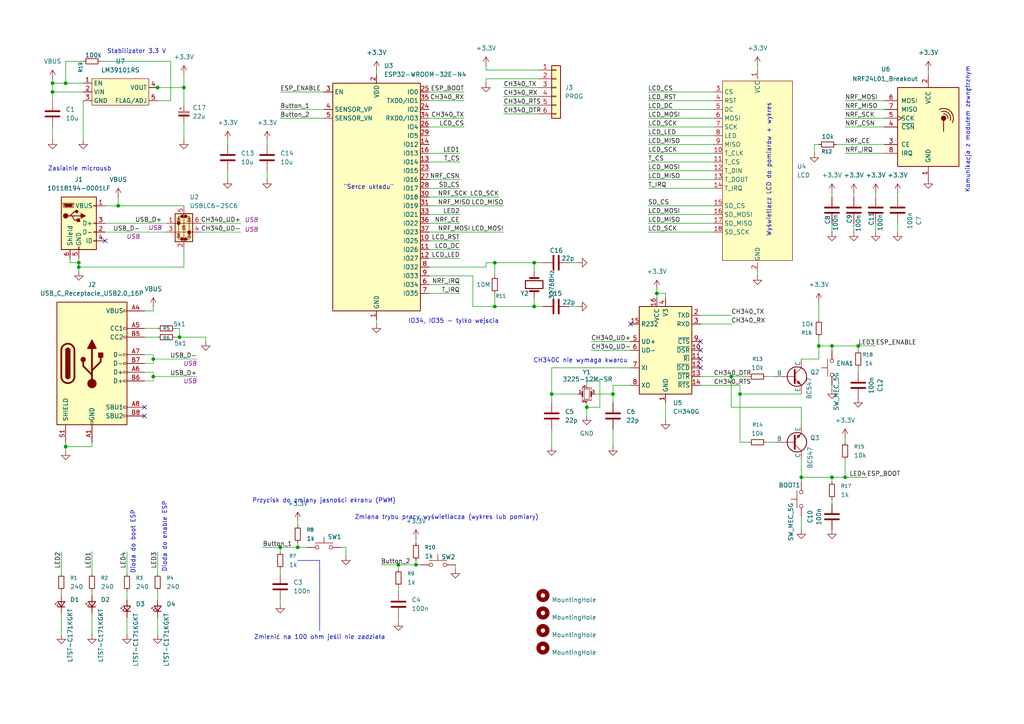
<source format=kicad_sch>
(kicad_sch (version 20250114) (generator "eeschema") (generator_version "9.0")
  (paper "A4")
  (text "Wyświetlacz LCD do pomiarów + wykres" (at 223.012 49.276 90) (effects (font (size 1.27 1.27))))
  (text "Komunikacja z modułem zewnętrznym" (at 280.67 37.592 90) (effects (font (size 1.27 1.27))))
  (text "CH340C nie wymaga kwarcu" (at 168.402 104.648 0) (effects (font (size 1.27 1.27))))
  (text "Zasialnie microusb" (at 23.114 49.022 0) (effects (font (size 1.27 1.27))))
  (text "IO34, IO35 - tylko wejscia" (at 131.572 93.218 0) (effects (font (size 1.27 1.27))))
  (text "Dioda do enable ESP" (at 47.752 155.702 90) (effects (font (size 1.27 1.27))))
  (text "Dioda do boot ESP" (at 38.608 157.226 90) (effects (font (size 1.27 1.27))))
  (text "Zmiana trybu pracy wyświetlacza (wykres lub pomiary)" (at 129.54 150.114 0) (effects (font (size 1.27 1.27))))
  (text "Przycisk do zmiany jasności ekranu (PWM)" (at 93.98 145.288 0) (effects (font (size 1.27 1.27))))
  (text "\"Serce układu\"" (at 106.934 54.356 0) (effects (font (size 1.27 1.27))))
  (text "Stabilizator 3.3 V" (at 39.624 14.986 0) (effects (font (size 1.27 1.27))))
  (text "Zmienić na 100 ohm jeśli nie zadziała" (at 92.71 184.912 0) (effects (font (size 1.27 1.27))))
  (junction (at 19.05 24.13))
  (junction (at 86.36 158.75))
  (junction (at 143.51 88.9))
  (junction (at 170.18 118.11))
  (junction (at 19.05 129.54))
  (junction (at 53.34 25.4))
  (junction (at 44.45 104.14))
  (junction (at 15.24 24.13))
  (junction (at 143.51 76.2))
  (junction (at 177.8 114.3))
  (junction (at 232.41 138.43))
  (junction (at 154.94 88.9))
  (junction (at 154.94 76.2))
  (junction (at 81.28 158.75))
  (junction (at 22.86 77.47))
  (junction (at 245.11 138.43))
  (junction (at 34.29 59.69))
  (junction (at 241.3 138.43))
  (junction (at 52.07 97.79))
  (junction (at 45.72 25.4))
  (junction (at 241.3 100.33))
  (junction (at 190.5 85.09))
  (junction (at 120.65 163.83))
  (junction (at 160.02 114.3))
  (junction (at 214.63 114.3))
  (junction (at 212.09 109.22))
  (junction (at 237.49 100.33))
  (junction (at 248.92 100.33))
  (junction (at 15.24 26.67))
  (junction (at 22.86 76.2))
  (junction (at 44.45 109.22))
  (junction (at 115.57 163.83))
  (no_connect (at 203.2 106.68))
  (no_connect (at 30.48 69.85))
  (no_connect (at 203.2 104.14))
  (no_connect (at 203.2 99.06))
  (no_connect (at 203.2 101.6))
  (no_connect (at 41.91 118.11))
  (no_connect (at 182.88 93.98))
  (no_connect (at 41.91 120.65))
  (wire (pts (xy 81.28 26.67) (xy 93.98 26.67)))
  (wire (pts (xy 66.04 49.53) (xy 66.04 52.07)))
  (wire (pts (xy 15.24 36.83) (xy 15.24 40.64)))
  (wire (pts (xy 15.24 22.86) (xy 15.24 24.13)))
  (wire (pts (xy 22.86 76.2) (xy 22.86 77.47)))
  (wire (pts (xy 269.24 20.32) (xy 269.24 21.59)))
  (wire (pts (xy 45.72 160.02) (xy 45.72 166.37)))
  (wire (pts (xy 187.96 44.45) (xy 207.01 44.45)))
  (wire (pts (xy 187.96 62.23) (xy 207.01 62.23)))
  (wire (pts (xy 77.47 49.53) (xy 77.47 52.07)))
  (wire (pts (xy 171.45 101.6) (xy 182.88 101.6)))
  (wire (pts (xy 160.02 114.3) (xy 167.64 114.3)))
  (wire (pts (xy 203.2 91.44) (xy 212.09 91.44)))
  (wire (pts (xy 140.97 77.47) (xy 140.97 76.2)))
  (wire (pts (xy 193.04 85.09) (xy 193.04 86.36)))
  (wire (pts (xy 146.05 33.02) (xy 156.21 33.02)))
  (wire (pts (xy 19.05 129.54) (xy 26.67 129.54)))
  (wire (pts (xy 100.33 158.75) (xy 100.33 161.29)))
  (wire (pts (xy 212.09 109.22) (xy 217.17 109.22)))
  (wire (pts (xy 41.91 110.49) (xy 44.45 110.49)) (stroke (width 0.127)))
  (wire (pts (xy 187.96 54.61) (xy 207.01 54.61)))
  (wire (pts (xy 260.35 64.77) (xy 260.35 67.31)))
  (wire (pts (xy 44.45 104.14) (xy 57.15 104.14)) (stroke (width 0.127)))
  (wire (pts (xy 41.91 90.17) (xy 44.45 90.17)))
  (wire (pts (xy 81.28 165.1) (xy 81.28 166.37)))
  (wire (pts (xy 36.83 160.02) (xy 36.83 166.37)))
  (wire (pts (xy 44.45 102.87) (xy 44.45 104.14)) (stroke (width 0.127)))
  (wire (pts (xy 232.41 139.7) (xy 232.41 138.43)))
  (wire (pts (xy 165.1 76.2) (xy 167.64 76.2)))
  (wire (pts (xy 15.24 24.13) (xy 15.24 26.67)))
  (wire (pts (xy 44.45 104.14) (xy 44.45 105.41)) (stroke (width 0.127)))
  (wire (pts (xy 187.96 46.99) (xy 207.01 46.99)))
  (wire (pts (xy 245.11 29.21) (xy 256.54 29.21)))
  (wire (pts (xy 237.49 41.91) (xy 236.22 41.91)))
  (wire (pts (xy 24.13 17.78) (xy 19.05 17.78)))
  (wire (pts (xy 203.2 109.22) (xy 212.09 109.22)))
  (wire (pts (xy 41.91 97.79) (xy 45.72 97.79)))
  (wire (pts (xy 260.35 55.88) (xy 260.35 57.15)))
  (wire (pts (xy 137.16 88.9) (xy 143.51 88.9)))
  (wire (pts (xy 236.22 41.91) (xy 236.22 44.45)))
  (wire (pts (xy 157.48 88.9) (xy 154.94 88.9)))
  (wire (pts (xy 245.11 127) (xy 245.11 128.27)))
  (wire (pts (xy 232.41 123.19) (xy 232.41 118.11)))
  (wire (pts (xy 187.96 52.07) (xy 207.01 52.07)))
  (wire (pts (xy 241.3 100.33) (xy 248.92 100.33)))
  (wire (pts (xy 237.49 100.33) (xy 241.3 100.33)))
  (wire (pts (xy 170.18 111.76) (xy 170.18 110.49)))
  (wire (pts (xy 165.1 88.9) (xy 167.64 88.9)))
  (wire (pts (xy 44.45 107.95) (xy 44.45 109.22)) (stroke (width 0.127)))
  (wire (pts (xy 219.71 19.05) (xy 219.71 20.32)))
  (wire (pts (xy 160.02 114.3) (xy 160.02 106.68)))
  (wire (pts (xy 17.78 177.8) (xy 17.78 184.15)))
  (wire (pts (xy 187.96 64.77) (xy 207.01 64.77)))
  (wire (pts (xy 124.46 67.31) (xy 146.05 67.31)))
  (wire (pts (xy 20.32 76.2) (xy 22.86 76.2)))
  (wire (pts (xy 187.96 26.67) (xy 207.01 26.67)))
  (wire (pts (xy 124.46 52.07) (xy 133.35 52.07)))
  (wire (pts (xy 247.65 64.77) (xy 247.65 67.31)))
  (wire (pts (xy 242.57 41.91) (xy 256.54 41.91)))
  (wire (pts (xy 140.97 76.2) (xy 143.51 76.2)))
  (wire (pts (xy 214.63 111.76) (xy 214.63 114.3)))
  (wire (pts (xy 124.46 62.23) (xy 133.35 62.23)))
  (wire (pts (xy 115.57 163.83) (xy 120.65 163.83)))
  (wire (pts (xy 53.34 21.59) (xy 53.34 25.4)))
  (wire (pts (xy 190.5 85.09) (xy 190.5 86.36)))
  (wire (pts (xy 53.34 25.4) (xy 53.34 30.48)))
  (wire (pts (xy 81.28 173.99) (xy 81.28 175.26)))
  (wire (pts (xy 81.28 34.29) (xy 93.98 34.29)))
  (wire (pts (xy 52.07 95.25) (xy 52.07 97.79)))
  (wire (pts (xy 254 55.88) (xy 254 57.15)))
  (wire (pts (xy 124.46 85.09) (xy 133.35 85.09)))
  (wire (pts (xy 124.46 44.45) (xy 133.35 44.45)))
  (wire (pts (xy 81.28 158.75) (xy 86.36 158.75)))
  (wire (pts (xy 86.36 151.13) (xy 86.36 152.4)))
  (wire (pts (xy 177.8 114.3) (xy 177.8 111.76)))
  (wire (pts (xy 160.02 124.46) (xy 160.02 129.54)))
  (wire (pts (xy 124.46 69.85) (xy 133.35 69.85)))
  (wire (pts (xy 222.25 128.27) (xy 224.79 128.27)))
  (wire (pts (xy 232.41 133.35) (xy 232.41 138.43)))
  (wire (pts (xy 120.65 156.21) (xy 120.65 157.48)))
  (wire (pts (xy 81.28 31.75) (xy 93.98 31.75)))
  (wire (pts (xy 203.2 93.98) (xy 212.09 93.98)))
  (wire (pts (xy 109.22 92.71) (xy 109.22 93.98)))
  (wire (pts (xy 232.41 149.86) (xy 232.41 153.67)))
  (wire (pts (xy 241.3 138.43) (xy 245.11 138.43)))
  (wire (pts (xy 34.29 59.69) (xy 53.34 59.69)))
  (wire (pts (xy 43.18 25.4) (xy 45.72 25.4)))
  (wire (pts (xy 19.05 129.54) (xy 19.05 130.81)))
  (wire (pts (xy 45.72 25.4) (xy 53.34 25.4)))
  (wire (pts (xy 24.13 29.21) (xy 24.13 40.64)))
  (wire (pts (xy 124.46 57.15) (xy 144.78 57.15)))
  (wire (pts (xy 140.97 22.86) (xy 140.97 24.13)))
  (wire (pts (xy 171.45 99.06) (xy 182.88 99.06)))
  (wire (pts (xy 241.3 111.76) (xy 241.3 113.03)))
  (wire (pts (xy 26.67 177.8) (xy 26.67 184.15)))
  (wire (pts (xy 160.02 106.68) (xy 182.88 106.68)))
  (wire (pts (xy 170.18 118.11) (xy 170.18 116.84)))
  (wire (pts (xy 177.8 111.76) (xy 182.88 111.76)))
  (wire (pts (xy 212.09 118.11) (xy 212.09 109.22)))
  (wire (pts (xy 45.72 29.21) (xy 49.53 29.21)))
  (wire (pts (xy 187.96 59.69) (xy 207.01 59.69)))
  (polyline (pts (xy 92.71 162.56) (xy 92.71 182.88)))
  (wire (pts (xy 124.46 82.55) (xy 133.35 82.55)))
  (wire (pts (xy 124.46 29.21) (xy 134.62 29.21)))
  (wire (pts (xy 143.51 80.01) (xy 143.51 76.2)))
  (wire (pts (xy 143.51 85.09) (xy 143.51 88.9)))
  (wire (pts (xy 59.69 97.79) (xy 59.69 99.06)))
  (wire (pts (xy 241.3 64.77) (xy 241.3 67.31)))
  (wire (pts (xy 187.96 41.91) (xy 207.01 41.91)))
  (wire (pts (xy 154.94 88.9) (xy 154.94 86.36)))
  (wire (pts (xy 237.49 100.33) (xy 237.49 104.14)))
  (wire (pts (xy 172.72 114.3) (xy 177.8 114.3)))
  (wire (pts (xy 245.11 138.43) (xy 251.46 138.43)))
  (wire (pts (xy 173.99 118.11) (xy 170.18 118.11)))
  (wire (pts (xy 22.86 74.93) (xy 22.86 76.2)))
  (wire (pts (xy 20.32 74.93) (xy 20.32 76.2)))
  (wire (pts (xy 173.99 110.49) (xy 173.99 118.11)))
  (wire (pts (xy 241.3 138.43) (xy 241.3 139.7)))
  (wire (pts (xy 245.11 44.45) (xy 256.54 44.45)))
  (wire (pts (xy 59.69 97.79) (xy 52.07 97.79)))
  (wire (pts (xy 146.05 27.94) (xy 156.21 27.94)))
  (wire (pts (xy 120.65 162.56) (xy 120.65 163.83)))
  (wire (pts (xy 26.67 160.02) (xy 26.67 166.37)))
  (wire (pts (xy 187.96 39.37) (xy 207.01 39.37)))
  (wire (pts (xy 254 64.77) (xy 254 67.31)))
  (wire (pts (xy 34.29 59.69) (xy 30.48 59.69)))
  (wire (pts (xy 53.34 72.39) (xy 53.34 77.47)))
  (wire (pts (xy 146.05 25.4) (xy 156.21 25.4)))
  (wire (pts (xy 248.92 106.68) (xy 248.92 107.95)))
  (wire (pts (xy 58.42 67.31) (xy 69.85 67.31)) (stroke (width 0.127)))
  (wire (pts (xy 156.21 22.86) (xy 140.97 22.86)))
  (wire (pts (xy 124.46 77.47) (xy 140.97 77.47)))
  (wire (pts (xy 36.83 179.07) (xy 36.83 184.15)))
  (wire (pts (xy 187.96 67.31) (xy 207.01 67.31)))
  (wire (pts (xy 214.63 114.3) (xy 232.41 114.3)))
  (wire (pts (xy 36.83 171.45) (xy 36.83 173.99)))
  (wire (pts (xy 245.11 36.83) (xy 256.54 36.83)))
  (wire (pts (xy 241.3 100.33) (xy 241.3 101.6)))
  (wire (pts (xy 15.24 26.67) (xy 24.13 26.67)))
  (wire (pts (xy 26.67 171.45) (xy 26.67 172.72)))
  (wire (pts (xy 110.49 163.83) (xy 115.57 163.83)))
  (wire (pts (xy 49.53 29.21) (xy 49.53 17.78)))
  (wire (pts (xy 109.22 20.32) (xy 109.22 21.59)))
  (wire (pts (xy 241.3 55.88) (xy 241.3 57.15)))
  (wire (pts (xy 58.42 64.77) (xy 69.85 64.77)) (stroke (width 0.127)))
  (wire (pts (xy 50.8 97.79) (xy 52.07 97.79)))
  (wire (pts (xy 45.72 171.45) (xy 45.72 173.99)))
  (wire (pts (xy 44.45 109.22) (xy 44.45 110.49)) (stroke (width 0.127)))
  (wire (pts (xy 177.8 124.46) (xy 177.8 129.54)))
  (wire (pts (xy 124.46 54.61) (xy 133.35 54.61)))
  (wire (pts (xy 190.5 83.82) (xy 190.5 85.09)))
  (wire (pts (xy 41.91 95.25) (xy 45.72 95.25)))
  (wire (pts (xy 99.06 158.75) (xy 100.33 158.75)))
  (wire (pts (xy 86.36 158.75) (xy 88.9 158.75)))
  (wire (pts (xy 53.34 35.56) (xy 53.34 40.64)))
  (wire (pts (xy 44.45 109.22) (xy 57.15 109.22)) (stroke (width 0.127)))
  (wire (pts (xy 232.41 138.43) (xy 241.3 138.43)))
  (wire (pts (xy 187.96 29.21) (xy 207.01 29.21)))
  (wire (pts (xy 30.48 64.77) (xy 48.26 64.77)) (stroke (width 0.127)))
  (wire (pts (xy 66.04 40.64) (xy 66.04 41.91)))
  (wire (pts (xy 214.63 114.3) (xy 214.63 128.27)))
  (wire (pts (xy 187.96 36.83) (xy 207.01 36.83)))
  (wire (pts (xy 124.46 59.69) (xy 146.05 59.69)))
  (wire (pts (xy 132.08 163.83) (xy 132.08 165.1)))
  (wire (pts (xy 247.65 55.88) (xy 247.65 57.15)))
  (wire (pts (xy 44.45 88.9) (xy 44.45 90.17)))
  (wire (pts (xy 124.46 34.29) (xy 134.62 34.29)))
  (wire (pts (xy 17.78 171.45) (xy 17.78 172.72)))
  (wire (pts (xy 124.46 26.67) (xy 134.62 26.67)))
  (wire (pts (xy 30.48 67.31) (xy 48.26 67.31)) (stroke (width 0.127)))
  (wire (pts (xy 115.57 163.83) (xy 115.57 165.1)))
  (wire (pts (xy 248.92 100.33) (xy 254 100.33)))
  (wire (pts (xy 237.49 100.33) (xy 237.49 97.79)))
  (wire (pts (xy 190.5 85.09) (xy 193.04 85.09)))
  (wire (pts (xy 237.49 87.63) (xy 237.49 92.71)))
  (wire (pts (xy 34.29 57.15) (xy 34.29 59.69)))
  (wire (pts (xy 143.51 76.2) (xy 154.94 76.2)))
  (wire (pts (xy 156.21 20.32) (xy 140.97 20.32)))
  (wire (pts (xy 245.11 34.29) (xy 256.54 34.29)))
  (wire (pts (xy 45.72 179.07) (xy 45.72 184.15)))
  (wire (pts (xy 49.53 17.78) (xy 29.21 17.78)))
  (wire (pts (xy 22.86 77.47) (xy 22.86 78.74)))
  (wire (pts (xy 177.8 116.84) (xy 177.8 114.3)))
  (wire (pts (xy 193.04 116.84) (xy 193.04 121.92)))
  (wire (pts (xy 76.2 158.75) (xy 81.28 158.75)))
  (wire (pts (xy 41.91 107.95) (xy 44.45 107.95)) (stroke (width 0.127)))
  (wire (pts (xy 44.45 105.41) (xy 41.91 105.41)) (stroke (width 0.127)))
  (wire (pts (xy 17.78 160.02) (xy 17.78 166.37)))
  (wire (pts (xy 77.47 40.64) (xy 77.47 41.91)))
  (wire (pts (xy 241.3 144.78) (xy 241.3 146.05)))
  (wire (pts (xy 214.63 128.27) (xy 217.17 128.27)))
  (wire (pts (xy 124.46 74.93) (xy 133.35 74.93)))
  (wire (pts (xy 170.18 118.11) (xy 170.18 120.65)))
  (wire (pts (xy 245.11 138.43) (xy 245.11 133.35)))
  (wire (pts (xy 137.16 80.01) (xy 137.16 88.9)))
  (wire (pts (xy 86.36 157.48) (xy 86.36 158.75)))
  (wire (pts (xy 146.05 30.48) (xy 156.21 30.48)))
  (wire (pts (xy 160.02 116.84) (xy 160.02 114.3)))
  (wire (pts (xy 15.24 26.67) (xy 15.24 29.21)))
  (wire (pts (xy 53.34 77.47) (xy 22.86 77.47)))
  (polyline (pts (xy 86.36 162.56) (xy 92.71 162.56)))
  (wire (pts (xy 154.94 76.2) (xy 157.48 76.2)))
  (wire (pts (xy 50.8 95.25) (xy 52.07 95.25)))
  (wire (pts (xy 120.65 163.83) (xy 121.92 163.83)))
  (wire (pts (xy 124.46 64.77) (xy 133.35 64.77)))
  (wire (pts (xy 26.67 128.27) (xy 26.67 129.54)))
  (wire (pts (xy 245.11 31.75) (xy 256.54 31.75)))
  (wire (pts (xy 203.2 111.76) (xy 214.63 111.76)))
  (wire (pts (xy 19.05 24.13) (xy 24.13 24.13)))
  (wire (pts (xy 124.46 80.01) (xy 137.16 80.01)))
  (wire (pts (xy 232.41 118.11) (xy 212.09 118.11)))
  (wire (pts (xy 41.91 102.87) (xy 44.45 102.87)) (stroke (width 0.127)))
  (wire (pts (xy 115.57 170.18) (xy 115.57 171.45)))
  (wire (pts (xy 124.46 46.99) (xy 133.35 46.99)))
  (wire (pts (xy 19.05 128.27) (xy 19.05 129.54)))
  (wire (pts (xy 187.96 31.75) (xy 207.01 31.75)))
  (wire (pts (xy 154.94 78.74) (xy 154.94 76.2)))
  (wire (pts (xy 170.18 110.49) (xy 173.99 110.49)))
  (wire (pts (xy 124.46 72.39) (xy 133.35 72.39)))
  (wire (pts (xy 81.28 158.75) (xy 81.28 160.02)))
  (wire (pts (xy 15.24 24.13) (xy 19.05 24.13)))
  (wire (pts (xy 115.57 179.07) (xy 115.57 180.34)))
  (wire (pts (xy 19.05 17.78) (xy 19.05 24.13)))
  (wire (pts (xy 124.46 36.83) (xy 134.62 36.83)))
  (wire (pts (xy 143.51 88.9) (xy 154.94 88.9)))
  (wire (pts (xy 248.92 100.33) (xy 248.92 101.6)))
  (wire (pts (xy 140.97 20.32) (xy 140.97 19.05)))
  (wire (pts (xy 187.96 49.53) (xy 207.01 49.53)))
  (wire (pts (xy 219.71 78.74) (xy 219.71 80.01)))
  (wire (pts (xy 187.96 34.29) (xy 207.01 34.29)))
  (wire (pts (xy 222.25 109.22) (xy 224.79 109.22)))
  (wire (pts (xy 237.49 104.14) (xy 232.41 104.14)))
  (label "CH340_RX" (at 134.62 29.21 180))
  (label "Button_1" (at 81.28 31.75 0))
  (label "Button_2" (at 81.28 34.29 0))
  (label "CH340_RX" (at 212.09 93.98 0))
  (label "USB_D+" (at 57.15 109.22 180) (property "Netclass" "USB" (at 57.15 110.49 0) (effects (font (italic yes)) (justify right))))
  (label "CH340_RX" (at 146.05 27.94 0))
  (label "SD_CS" (at 133.35 54.61 180))
  (label "LED3" (at 45.72 160.02 270))
  (label "LCD_RST" (at 187.96 29.21 0))
  (label "LCD_SCK" (at 144.78 57.15 180))
  (label "LCD_CS" (at 134.62 36.83 180))
  (label "CH340_UD+" (at 69.85 64.77 180) (property "Netclass" "USB" (at 74.93 63.754 0) (effects (font (italic yes)) (justify right))))
  (label "LCD_LED" (at 133.35 74.93 180))
  (label "LCD_DC" (at 133.35 72.39 180))
  (label "CH340_UD+" (at 171.45 99.06 0))
  (label "LCD_RST" (at 133.35 69.85 180))
  (label "CH340_RTS" (at 207.01 111.76 0))
  (label "CH340_TX" (at 212.09 91.44 0))
  (label "LED2" (at 17.78 160.02 270))
  (label "LCD_DC" (at 187.96 31.75 0))
  (label "NRF_MISO" (at 127 59.69 0))
  (label "LCD_MOSI" (at 187.96 62.23 0))
  (label "CH340_DTR" (at 207.01 109.22 0))
  (label "LCD_MISO" (at 187.96 52.07 0))
  (label "NRF_CSN" (at 245.11 36.83 0))
  (label "LCD_MOSI" (at 146.05 67.31 180))
  (label "LCD_LED" (at 187.96 39.37 0))
  (label "LCD_MOSI" (at 187.96 34.29 0))
  (label "LCD_MISO" (at 187.96 64.77 0))
  (label "NRF_CE" (at 133.35 64.77 180))
  (label "NRF_MOSI" (at 245.11 29.21 0))
  (label "T_IRQ" (at 133.35 85.09 180))
  (label "LCD_SCK" (at 187.96 36.83 0))
  (label "LED1" (at 26.67 160.02 270))
  (label "SD_CS" (at 187.96 59.69 0))
  (label "NRF_CSN" (at 133.35 52.07 180))
  (label "NRF_IRQ" (at 245.11 44.45 0))
  (label "CH340_UD-" (at 171.45 101.6 0))
  (label "CH340_TX" (at 146.05 25.4 0))
  (label "LED1" (at 133.35 44.45 180))
  (label "T_CS" (at 187.96 46.99 0))
  (label "USB_D+" (at 46.99 64.77 180) (property "Netclass" "USB" (at 46.99 66.04 0) (effects (font (italic yes)) (justify right))))
  (label "ESP_ENABLE" (at 254 100.33 0))
  (label "USB_D-" (at 57.15 104.14 180) (property "Netclass" "USB" (at 57.15 105.41 0) (effects (font (italic yes)) (justify right))))
  (label "Button_2" (at 110.49 163.83 0))
  (label "CH340_UD-" (at 69.85 67.31 180) (property "Netclass" "USB" (at 74.93 66.548 0) (effects (font (italic yes)) (justify right))))
  (label "LED3" (at 248.92 100.33 0))
  (label "NRF_MISO" (at 245.11 31.75 0))
  (label "Button_1" (at 76.2 158.75 0))
  (label "NRF_CE" (at 245.11 41.91 0))
  (label "ESP_BOOT" (at 134.62 26.67 180))
  (label "NRF_IRQ" (at 133.35 82.55 180))
  (label "LCD_SCK" (at 187.96 44.45 0))
  (label "NRF_MOSI" (at 127 67.31 0))
  (label "ESP_BOOT" (at 251.46 138.43 0))
  (label "T_CS" (at 133.35 46.99 180))
  (label "CH340_TX" (at 134.62 34.29 180))
  (label "LCD_MISO" (at 146.05 59.69 180))
  (label "USB_D-" (at 40.64 67.31 180) (property "Netclass" "USB" (at 40.64 68.58 0) (effects (font (italic yes)) (justify right))))
  (label "LCD_CS" (at 187.96 26.67 0))
  (label "LCD_MOSI" (at 187.96 49.53 0))
  (label "LED2" (at 133.35 62.23 180))
  (label "LED4" (at 36.83 160.02 270))
  (label "CH340_RTS" (at 146.05 30.48 0))
  (label "T_IRQ" (at 187.96 54.61 0))
  (label "ESP_ENABLE" (at 81.28 26.67 0))
  (label "LCD_MISO" (at 187.96 41.91 0))
  (label "NRF_SCK" (at 245.11 34.29 0))
  (label "NRF_SCK" (at 127 57.15 0))
  (label "CH340_DTR" (at 146.05 33.02 0))
  (label "LCD_SCK" (at 187.96 67.31 0))
  (label "LED4" (at 246.38 138.43 0))
  (symbol (lib_id "Device:R_Small") (at 26.67 168.91 0) (unit 1)
    (property "Reference" "R2" (at 29.21 167.6399 0) (effects (font (size 1.016 1.016)) (justify left)))
    (property "Value" "240" (at 29.21 170.1799 0) (effects (justify left)))
    (property "Footprint" "Resistor_SMD:R_0603_1608Metric" (effects (hide yes)))
    (property "Description" "Resistor, small symbol" (effects (hide yes)))
  )
  (symbol (lib_id "power:GND") (at 241.3 153.67 0) (unit 1)
    (property "Reference" "#PWR043" (effects (hide yes)))
    (property "Value" "GND" (effects (hide yes)))
    (property "Description" "Power symbol creates a global label with name \"GND\" , ground" (effects (hide yes)))
  )
  (symbol (lib_id "Device:R_Small") (at 219.71 109.22 270) (unit 1)
    (property "Reference" "R13" (at 219.71 104.14 90) (effects (font (size 1.016 1.016))))
    (property "Value" "10k" (at 219.71 106.68 90))
    (property "Footprint" "Resistor_SMD:R_0603_1608Metric" (effects (hide yes)))
    (property "Description" "Resistor, small symbol" (effects (hide yes)))
  )
  (symbol (lib_id "power:+3.3V") (at 109.22 20.32 0) (unit 1)
    (property "Reference" "#PWR018" (effects (hide yes)))
    (property "Value" "+3.3V" (at 109.22 15.24 0))
    (property "Description" "Power symbol creates a global label with name \"+3.3V\"" (effects (hide yes)))
  )
  (symbol (lib_id "power:GND") (at 15.24 40.64 0) (unit 1)
    (property "Reference" "#PWR02" (effects (hide yes)))
    (property "Value" "GND" (effects (hide yes)))
    (property "Description" "Power symbol creates a global label with name \"GND\" , ground" (effects (hide yes)))
  )
  (symbol (lib_id "power:GND") (at 236.22 44.45 0) (unit 1)
    (property "Reference" "#PWR037" (effects (hide yes)))
    (property "Value" "GND" (effects (hide yes)))
    (property "Description" "Power symbol creates a global label with name \"GND\" , ground" (effects (hide yes)))
  )
  (symbol (lib_id "Switch:SW_MEC_5G") (at 241.3 106.68 90) (unit 1)
    (property "Reference" "ENA1" (at 242.57 105.4099 90) (effects (justify right)))
    (property "Value" "SW_MEC_5G" (at 242.57 107.9499 0) (effects (justify right)))
    (property "Footprint" "Button_Switch_THT:SW_PUSH_6mm_H4.3mm" (effects (hide yes)))
    (property "Datasheet" "http://www.apem.com/int/index.php?controller=attachment&id_attachment=488" (effects (hide yes)))
    (property "Description" "MEC 5G single pole normally-open tactile switch" (effects (hide yes)))
  )
  (symbol (lib_id "Device:R_Small") (at 241.3 142.24 180) (unit 1)
    (property "Reference" "R17" (at 243.84 140.9699 0) (effects (font (size 1.016 1.016)) (justify right)))
    (property "Value" "1k" (at 243.84 143.5099 0) (effects (justify right)))
    (property "Footprint" "Resistor_SMD:R_0603_1608Metric" (effects (hide yes)))
    (property "Description" "Resistor, small symbol" (effects (hide yes)))
  )
  (symbol (lib_id "Device:R_Small") (at 143.51 82.55 0) (mirror y) (unit 1)
    (property "Reference" "R11" (at 146.812 85.852 0) (effects (font (size 1.016 1.016)) (justify left)))
    (property "Value" "10M" (at 142.24 82.55 0) (effects (justify left)))
    (property "Footprint" "Resistor_SMD:R_0603_1608Metric" (effects (hide yes)))
    (property "Description" "Resistor, small symbol" (effects (hide yes)))
  )
  (symbol (lib_id "power:GND") (at 45.72 184.15 0) (unit 1)
    (property "Reference" "#PWR013" (effects (hide yes)))
    (property "Value" "GND" (effects (hide yes)))
    (property "Description" "Power symbol creates a global label with name \"GND\" , ground" (effects (hide yes)))
  )
  (symbol (lib_id "power:+3.3V") (at 254 55.88 0) (unit 1)
    (property "Reference" "#PWR044" (effects (hide yes)))
    (property "Value" "+3.3V" (at 254 50.8 0))
    (property "Description" "Power symbol creates a global label with name \"+3.3V\"" (effects (hide yes)))
  )
  (symbol (lib_id "RF_Module:ESP32-WROOM-32E") (at 109.22 57.15 0) (unit 1)
    (property "Reference" "U3" (at 111.3633 19.05 0) (effects (justify left)))
    (property "Value" "ESP32-WROOM-32E-N4" (at 111.3633 21.59 0) (effects (justify left)))
    (property "Footprint" "RF_Module:ESP32-WROOM-32E" (effects (hide yes)))
    (property "Datasheet" "https://www.espressif.com/sites/default/files/documentation/esp32-wroom-32e_esp32-wroom-32ue_datasheet_en.pdf" (effects (hide yes)))
    (property "Description" "RF Module, ESP32-D0WD-V3 SoC, without PSRAM, Wi-Fi 802.11b/g/n, Bluetooth, BLE, 32-bit, 2.7-3.6V, onboard antenna, SMD" (effects (hide yes)))
  )
  (symbol (lib_id "power:GND") (at 132.08 165.1 0) (unit 1)
    (property "Reference" "#PWR022" (effects (hide yes)))
    (property "Value" "GND" (effects (hide yes)))
    (property "Description" "Power symbol creates a global label with name \"GND\" , ground" (effects (hide yes)))
  )
  (symbol (lib_id "power:GND") (at 160.02 129.54 0) (unit 1)
    (property "Reference" "#PWR025" (effects (hide yes)))
    (property "Value" "GND" (effects (hide yes)))
    (property "Description" "Power symbol creates a global label with name \"GND\" , ground" (effects (hide yes)))
  )
  (symbol (lib_id "Device:R_Small") (at 36.83 168.91 0) (unit 1)
    (property "Reference" "R3" (at 39.37 167.6399 0) (effects (font (size 1.016 1.016)) (justify left)))
    (property "Value" "240" (at 39.37 170.1799 0) (effects (justify left)))
    (property "Footprint" "Resistor_SMD:R_0603_1608Metric" (effects (hide yes)))
    (property "Description" "Resistor, small symbol" (effects (hide yes)))
  )
  (symbol (lib_id "power:GND") (at 167.64 88.9 90) (unit 1)
    (property "Reference" "#PWR053" (effects (hide yes)))
    (property "Value" "GND" (effects (hide yes)))
    (property "Description" "Power symbol creates a global label with name \"GND\" , ground" (effects (hide yes)))
  )
  (symbol (lib_id "Device:R_Small") (at 26.67 17.78 270) (mirror x) (unit 1)
    (property "Reference" "R19" (at 23.368 21.082 0) (effects (font (size 1.016 1.016)) (justify left)))
    (property "Value" "100k" (at 24.638 16.002 90) (effects (justify left)))
    (property "Footprint" "Resistor_SMD:R_0603_1608Metric" (effects (hide yes)))
    (property "Description" "Resistor, small symbol" (effects (hide yes)))
  )
  (symbol (lib_id "wyświetlacz LCD:LM39101RS") (at 27.94 21.59 0) (unit 1)
    (property "Reference" "U7" (at 34.925 17.78 0))
    (property "Value" "LM39101RS" (at 34.925 20.32 0))
    (property "Footprint" "Package_TO_SOT_SMD:TO-252-5_TabPin3" (effects (hide yes)))
    (property "Datasheet" "https://www.tme.eu/Document/20c46d6abcb0ae0064a11fff13457ef1/LM3910x.pdf" (effects (hide yes)))
  )
  (symbol (lib_id "power:GND") (at 81.28 175.26 0) (unit 1)
    (property "Reference" "#PWR015" (effects (hide yes)))
    (property "Value" "GND" (effects (hide yes)))
    (property "Description" "Power symbol creates a global label with name \"GND\" , ground" (effects (hide yes)))
  )
  (symbol (lib_id "power:GND") (at 22.86 78.74 0) (unit 1)
    (property "Reference" "#PWR05" (effects (hide yes)))
    (property "Value" "GND" (effects (hide yes)))
    (property "Description" "Power symbol creates a global label with name \"GND\" , ground" (effects (hide yes)))
  )
  (symbol (lib_id "power:GND") (at 269.24 52.07 0) (unit 1)
    (property "Reference" "#PWR048" (effects (hide yes)))
    (property "Value" "GND" (effects (hide yes)))
    (property "Description" "Power symbol creates a global label with name \"GND\" , ground" (effects (hide yes)))
  )
  (symbol (lib_id "power:GND") (at 219.71 80.01 0) (unit 1)
    (property "Reference" "#PWR034" (effects (hide yes)))
    (property "Value" "GND" (effects (hide yes)))
    (property "Description" "Power symbol creates a global label with name \"GND\" , ground" (effects (hide yes)))
  )
  (symbol (lib_id "Device:R_Small") (at 237.49 95.25 0) (mirror x) (unit 1)
    (property "Reference" "R16" (at 232.41 96.52 0) (effects (font (size 1.016 1.016)) (justify left)))
    (property "Value" "10k" (at 232.41 93.98 0) (effects (justify left)))
    (property "Footprint" "Resistor_SMD:R_0603_1608Metric" (effects (hide yes)))
    (property "Description" "Resistor, small symbol" (effects (hide yes)))
  )
  (symbol (lib_id "Device:R_Small") (at 115.57 167.64 180) (unit 1)
    (property "Reference" "R9" (at 118.11 166.3699 0) (effects (font (size 1.016 1.016)) (justify right)))
    (property "Value" "1k" (at 118.11 168.9099 0) (effects (justify right)))
    (property "Footprint" "Resistor_SMD:R_0603_1608Metric" (effects (hide yes)))
    (property "Description" "Resistor, small symbol" (effects (hide yes)))
  )
  (symbol (lib_id "Device:C") (at 248.92 111.76 0) (mirror y) (unit 1)
    (property "Reference" "C12" (at 255.27 111.76 90))
    (property "Value" "100n" (at 252.73 111.76 90))
    (property "Footprint" "Capacitor_SMD:C_0603_1608Metric_Pad1.08x0.95mm_HandSolder" (effects (hide yes)))
    (property "Description" "Unpolarized capacitor" (effects (hide yes)))
  )
  (symbol (lib_id "Device:C") (at 115.57 175.26 180) (unit 1)
    (property "Reference" "C4" (at 119.38 173.9899 0) (effects (justify right)))
    (property "Value" "100n" (at 119.38 176.5299 0) (effects (justify right)))
    (property "Footprint" "Capacitor_SMD:C_0603_1608Metric_Pad1.08x0.95mm_HandSolder" (effects (hide yes)))
    (property "Description" "Unpolarized capacitor" (effects (hide yes)))
  )
  (symbol (lib_id "power:+3.3V") (at 77.47 40.64 0) (unit 1)
    (property "Reference" "#PWR050" (effects (hide yes)))
    (property "Value" "+3.3V" (at 77.47 35.56 0))
    (property "Description" "Power symbol creates a global label with name \"+3.3V\"" (effects (hide yes)))
  )
  (symbol (lib_id "Device:C") (at 161.29 76.2 90) (unit 1)
    (property "Reference" "C16" (at 163.322 72.644 90) (effects (justify left)))
    (property "Value" "22p" (at 166.624 74.93 90) (effects (justify left)))
    (property "Footprint" "Capacitor_SMD:C_0603_1608Metric_Pad1.08x0.95mm_HandSolder" (effects (hide yes)))
    (property "Description" "Unpolarized capacitor" (effects (hide yes)))
  )
  (symbol (lib_id "Interface_USB:CH340G") (at 193.04 101.6 0) (unit 1)
    (property "Reference" "U5" (at 195.1833 116.84 0) (effects (justify left)))
    (property "Value" "CH340G" (at 195.1833 119.38 0) (effects (justify left)))
    (property "Footprint" "Package_SO:SOIC-16_3.9x9.9mm_P1.27mm" (effects (hide yes)))
    (property "Datasheet" "http://www.datasheet5.com/pdf-local-2195953" (effects (hide yes)))
    (property "Description" "USB serial converter, UART, SOIC-16" (effects (hide yes)))
  )
  (symbol (lib_id "power:GND") (at 66.04 52.07 0) (unit 1)
    (property "Reference" "#PWR051" (effects (hide yes)))
    (property "Value" "GND" (effects (hide yes)))
    (property "Description" "Power symbol creates a global label with name \"GND\" , ground" (effects (hide yes)))
  )
  (symbol (lib_id "power:+3.3V") (at 66.04 40.64 0) (unit 1)
    (property "Reference" "#PWR026" (effects (hide yes)))
    (property "Value" "+3.3V" (at 66.04 35.56 0))
    (property "Description" "Power symbol creates a global label with name \"+3.3V\"" (effects (hide yes)))
  )
  (symbol (lib_id "power:+3.3V") (at 140.97 19.05 0) (unit 1)
    (property "Reference" "#PWR023" (effects (hide yes)))
    (property "Value" "+3.3V" (at 140.97 13.97 0))
    (property "Description" "Power symbol creates a global label with name \"+3.3V\"" (effects (hide yes)))
  )
  (symbol (lib_id "power:+3.3V") (at 247.65 55.88 0) (unit 1)
    (property "Reference" "#PWR040" (effects (hide yes)))
    (property "Value" "+3.3V" (at 247.65 50.8 0))
    (property "Description" "Power symbol creates a global label with name \"+3.3V\"" (effects (hide yes)))
  )
  (symbol (lib_id "power:GND") (at 167.64 76.2 90) (unit 1)
    (property "Reference" "#PWR054" (effects (hide yes)))
    (property "Value" "GND" (effects (hide yes)))
    (property "Description" "Power symbol creates a global label with name \"GND\" , ground" (effects (hide yes)))
  )
  (symbol (lib_id "power:VBUS") (at 34.29 57.15 0) (unit 1)
    (property "Reference" "#PWR08" (effects (hide yes)))
    (property "Value" "VBUS" (at 34.29 52.07 0))
    (property "Description" "Power symbol creates a global label with name \"VBUS\"" (effects (hide yes)))
  )
  (symbol (lib_id "power:GND") (at 241.3 67.31 0) (unit 1)
    (property "Reference" "#PWR039" (effects (hide yes)))
    (property "Value" "GND" (effects (hide yes)))
    (property "Description" "Power symbol creates a global label with name \"GND\" , ground" (effects (hide yes)))
  )
  (symbol (lib_id "Device:LED_Small") (at 45.72 176.53 90) (unit 1)
    (property "Reference" "D4" (at 48.26 175.1964 90) (effects (justify right)))
    (property "Value" "LTST-C171KGKT" (at 48.26 177.7364 0) (effects (justify right)))
    (property "Footprint" "LED_SMD:LED_0805_2012Metric" (effects (hide yes)))
    (property "Description" "Light emitting diode, small symbol" (effects (hide yes)))
    (property "Sim.Pin" "1=K 2=A" (effects (hide yes)))
  )
  (symbol (lib_id "power:VBUS") (at 44.45 88.9 0) (unit 1)
    (property "Reference" "#PWR012" (effects (hide yes)))
    (property "Value" "VBUS" (at 44.45 83.82 0))
    (property "Description" "Power symbol creates a global label with name \"VBUS\"" (effects (hide yes)))
  )
  (symbol (lib_id "power:GND") (at 254 67.31 0) (unit 1)
    (property "Reference" "#PWR045" (effects (hide yes)))
    (property "Value" "GND" (effects (hide yes)))
    (property "Description" "Power symbol creates a global label with name \"GND\" , ground" (effects (hide yes)))
  )
  (symbol (lib_id "power:+3.3V") (at 269.24 20.32 0) (unit 1)
    (property "Reference" "#PWR047" (effects (hide yes)))
    (property "Value" "+3.3V" (at 269.24 15.24 0))
    (property "Description" "Power symbol creates a global label with name \"+3.3V\"" (effects (hide yes)))
  )
  (symbol (lib_id "Device:Crystal_GND24_Small") (at 170.18 114.3 0) (unit 1)
    (property "Reference" "Y1" (at 170.18 107.95 0))
    (property "Value" "3225-12M-SR" (at 170.434 109.982 0))
    (property "Footprint" "Crystal:Crystal_SMD_3225-4Pin_3.2x2.5mm_HandSoldering" (effects (hide yes)))
    (property "Description" "Four pin crystal, GND on pins 2 and 4, small symbol" (effects (hide yes)))
  )
  (symbol (lib_id "Switch:SW_MEC_5G") (at 232.41 144.78 90) (unit 1)
    (property "Reference" "BOOT1" (at 225.806 140.716 90) (effects (justify right)))
    (property "Value" "SW_MEC_5G" (at 229.362 145.796 0) (effects (justify right)))
    (property "Footprint" "Button_Switch_THT:SW_PUSH_6mm_H4.3mm" (effects (hide yes)))
    (property "Datasheet" "http://www.apem.com/int/index.php?controller=attachment&id_attachment=488" (effects (hide yes)))
    (property "Description" "MEC 5G single pole normally-open tactile switch" (effects (hide yes)))
  )
  (symbol (lib_id "power:GND") (at 53.34 40.64 0) (unit 1)
    (property "Reference" "#PWR011" (effects (hide yes)))
    (property "Value" "GND" (effects (hide yes)))
    (property "Description" "Power symbol creates a global label with name \"GND\" , ground" (effects (hide yes)))
  )
  (symbol (lib_id "power:GND") (at 140.97 24.13 0) (unit 1)
    (property "Reference" "#PWR024" (effects (hide yes)))
    (property "Value" "GND" (effects (hide yes)))
    (property "Description" "Power symbol creates a global label with name \"GND\" , ground" (effects (hide yes)))
  )
  (symbol (lib_id "power:GND") (at 77.47 52.07 0) (unit 1)
    (property "Reference" "#PWR052" (effects (hide yes)))
    (property "Value" "GND" (effects (hide yes)))
    (property "Description" "Power symbol creates a global label with name \"GND\" , ground" (effects (hide yes)))
  )
  (symbol (lib_id "power:GND") (at 19.05 130.81 0) (unit 1)
    (property "Reference" "#PWR04" (effects (hide yes)))
    (property "Value" "GND" (effects (hide yes)))
    (property "Description" "Power symbol creates a global label with name \"GND\" , ground" (effects (hide yes)))
  )
  (symbol (lib_id "power:GND") (at 100.33 161.29 0) (unit 1)
    (property "Reference" "#PWR017" (effects (hide yes)))
    (property "Value" "GND" (effects (hide yes)))
    (property "Description" "Power symbol creates a global label with name \"GND\" , ground" (effects (hide yes)))
  )
  (symbol (lib_id "Device:C") (at 81.28 170.18 180) (unit 1)
    (property "Reference" "C3" (at 85.09 168.9099 0) (effects (justify right)))
    (property "Value" "100n" (at 85.09 171.4499 0) (effects (justify right)))
    (property "Footprint" "Capacitor_SMD:C_0603_1608Metric_Pad1.08x0.95mm_HandSolder" (effects (hide yes)))
    (property "Description" "Unpolarized capacitor" (effects (hide yes)))
  )
  (symbol (lib_id "power:GND") (at 232.41 153.67 0) (unit 1)
    (property "Reference" "#PWR032" (effects (hide yes)))
    (property "Value" "GND" (effects (hide yes)))
    (property "Description" "Power symbol creates a global label with name \"GND\" , ground" (effects (hide yes)))
  )
  (symbol (lib_id "Device:C") (at 66.04 45.72 180) (unit 1)
    (property "Reference" "C13" (at 69.85 44.4499 0) (effects (justify right)))
    (property "Value" "10u" (at 69.85 46.9899 0) (effects (justify right)))
    (property "Footprint" "Capacitor_SMD:C_0805_2012Metric_Pad1.18x1.45mm_HandSolder" (effects (hide yes)))
    (property "Datasheet" "CS2012X5R106K160NRE" (effects (hide yes)))
    (property "Description" "Unpolarized capacitor" (effects (hide yes)))
  )
  (symbol (lib_id "Switch:SW_MEC_5G") (at 127 163.83 0) (unit 1)
    (property "Reference" "SW2" (at 130.048 161.544 0))
    (property "Value" "SW_MEC_5G" (effects (hide yes)))
    (property "Footprint" "Button_Switch_THT:SW_PUSH_6mm_H4.3mm" (effects (hide yes)))
    (property "Datasheet" "http://www.apem.com/int/index.php?controller=attachment&id_attachment=488" (effects (hide yes)))
    (property "Description" "MEC 5G single pole normally-open tactile switch" (effects (hide yes)))
  )
  (symbol (lib_id "Device:R_Small") (at 81.28 162.56 180) (unit 1)
    (property "Reference" "R7" (at 83.82 161.2899 0) (effects (font (size 1.016 1.016)) (justify right)))
    (property "Value" "1k" (at 83.82 163.8299 0) (effects (justify right)))
    (property "Footprint" "Resistor_SMD:R_0603_1608Metric" (effects (hide yes)))
    (property "Description" "Resistor, small symbol" (effects (hide yes)))
  )
  (symbol (lib_id "Device:R_Small") (at 120.65 160.02 180) (unit 1)
    (property "Reference" "R10" (at 123.19 158.7499 0) (effects (font (size 1.016 1.016)) (justify right)))
    (property "Value" "1k" (at 123.19 161.2899 0) (effects (justify right)))
    (property "Footprint" "Resistor_SMD:R_0603_1608Metric" (effects (hide yes)))
    (property "Description" "Resistor, small symbol" (effects (hide yes)))
  )
  (symbol (lib_id "power:GND") (at 26.67 184.15 0) (unit 1)
    (property "Reference" "#PWR06" (effects (hide yes)))
    (property "Value" "GND" (effects (hide yes)))
    (property "Description" "Power symbol creates a global label with name \"GND\" , ground" (effects (hide yes)))
  )
  (symbol (lib_id "Device:C") (at 254 60.96 180) (unit 1)
    (property "Reference" "C11" (at 252.73 63.5 90))
    (property "Value" "100n" (at 255.27 64.516 90))
    (property "Footprint" "Capacitor_SMD:C_0603_1608Metric_Pad1.08x0.95mm_HandSolder" (effects (hide yes)))
    (property "Description" "Unpolarized capacitor" (effects (hide yes)))
  )
  (symbol (lib_id "power:GND") (at 193.04 121.92 0) (unit 1)
    (property "Reference" "#PWR030" (effects (hide yes)))
    (property "Value" "GND" (effects (hide yes)))
    (property "Description" "Power symbol creates a global label with name \"GND\" , ground" (effects (hide yes)))
  )
  (symbol (lib_id "Mechanical:MountingHole") (at 157.48 182.88 0) (unit 1) (in_bom no)
    (property "Reference" "H3" (effects (hide yes)))
    (property "Value" "MountingHole" (at 160.02 184.1499 0) (effects (justify left)))
    (property "Footprint" "MountingHole:MountingHole_3.2mm_M3" (effects (hide yes)))
    (property "Description" "Mounting Hole without connection" (effects (hide yes)))
  )
  (symbol (lib_id "power:+3.3V") (at 237.49 87.63 0) (unit 1)
    (property "Reference" "#PWR042" (effects (hide yes)))
    (property "Value" "+3.3V" (at 237.49 82.55 0))
    (property "Description" "Power symbol creates a global label with name \"+3.3V\"" (effects (hide yes)))
  )
  (symbol (lib_id "Device:R_Small") (at 17.78 168.91 0) (unit 1)
    (property "Reference" "R1" (at 20.32 167.6399 0) (effects (font (size 1.016 1.016)) (justify left)))
    (property "Value" "240" (at 20.32 170.1799 0) (effects (justify left)))
    (property "Footprint" "Resistor_SMD:R_0603_1608Metric" (effects (hide yes)))
    (property "Description" "Resistor, small symbol" (effects (hide yes)))
  )
  (symbol (lib_id "Device:LED_Small") (at 17.78 175.26 90) (unit 1)
    (property "Reference" "D1" (at 20.32 173.9264 90) (effects (justify right)))
    (property "Value" "LTST-C171KGKT" (at 20.32 176.4664 0) (effects (justify right)))
    (property "Footprint" "LED_SMD:LED_0805_2012Metric" (effects (hide yes)))
    (property "Description" "Light emitting diode, small symbol" (effects (hide yes)))
    (property "Sim.Pin" "1=K 2=A" (effects (hide yes)))
  )
  (symbol (lib_id "power:GND") (at 241.3 113.03 0) (mirror y) (unit 1)
    (property "Reference" "#PWR035" (effects (hide yes)))
    (property "Value" "GND" (effects (hide yes)))
    (property "Description" "Power symbol creates a global label with name \"GND\" , ground" (effects (hide yes)))
  )
  (symbol (lib_id "power:+3.3V") (at 120.65 156.21 0) (unit 1)
    (property "Reference" "#PWR021" (effects (hide yes)))
    (property "Value" "+3.3V" (at 120.65 151.13 0))
    (property "Description" "Power symbol creates a global label with name \"+3.3V\"" (effects (hide yes)))
  )
  (symbol (lib_id "Device:C") (at 160.02 120.65 0) (unit 1)
    (property "Reference" "C5" (at 163.83 119.3799 0) (effects (justify left)))
    (property "Value" "22p" (at 163.83 121.9199 0) (effects (justify left)))
    (property "Footprint" "Capacitor_SMD:C_0805_2012Metric_Pad1.18x1.45mm_HandSolder" (effects (hide yes)))
    (property "Description" "Unpolarized capacitor" (effects (hide yes)))
    (property "Model" "C0805C220J5GAC7800" (effects (hide yes)))
  )
  (symbol (lib_id "Mechanical:MountingHole") (at 157.48 187.96 0) (unit 1) (in_bom no)
    (property "Reference" "H4" (effects (hide yes)))
    (property "Value" "MountingHole" (at 160.02 189.2299 0) (effects (justify left)))
    (property "Footprint" "MountingHole:MountingHole_3.2mm_M3" (effects (hide yes)))
    (property "Description" "Mounting Hole without connection" (effects (hide yes)))
  )
  (symbol (lib_id "Device:R_Small") (at 48.26 97.79 270) (unit 1)
    (property "Reference" "R6" (at 48.26 98.044 90) (effects (font (size 1.016 1.016))))
    (property "Value" "5k1" (at 52.324 99.568 90))
    (property "Footprint" "Resistor_SMD:R_0603_1608Metric" (effects (hide yes)))
    (property "Description" "Resistor, small symbol" (effects (hide yes)))
  )
  (symbol (lib_id "Power_Protection:USBLC6-2SC6") (at 53.34 64.77 0) (unit 1)
    (property "Reference" "U2" (at 54.9911 57.15 0) (effects (justify left)))
    (property "Value" "USBLC6-2SC6" (at 54.9911 59.69 0) (effects (justify left)))
    (property "Footprint" "Package_TO_SOT_SMD:SOT-23-6" (effects (hide yes)))
    (property "Datasheet" "https://www.st.com/resource/en/datasheet/usblc6-2.pdf" (effects (hide yes)))
    (property "Description" "Very low capacitance ESD protection diode, 2 data-line, SOT-23-6" (effects (hide yes)))
  )
  (symbol (lib_id "power:GND") (at 248.92 115.57 0) (mirror y) (unit 1)
    (property "Reference" "#PWR046" (effects (hide yes)))
    (property "Value" "GND" (effects (hide yes)))
    (property "Description" "Power symbol creates a global label with name \"GND\" , ground" (effects (hide yes)))
  )
  (symbol (lib_id "Simulation_SPICE:NPN") (at 229.87 109.22 0) (unit 1)
    (property "Reference" "Q2" (at 234.95 107.9499 0) (effects (justify left)))
    (property "Value" "BC547" (at 234.696 115.824 90) (effects (justify left)))
    (property "Footprint" "Package_TO_SOT_SMD:SOT-23_Handsoldering" (effects (hide yes)))
    (property "Datasheet" "https://ngspice.sourceforge.io/docs/ngspice-html-manual/manual.xhtml#cha_BJTs" (effects (hide yes)))
    (property "Description" "BC817-40-AQ-DIO" (effects (hide yes)))
    (property "Sim.Device" "NPN" (effects (hide yes)))
    (property "Sim.Type" "GUMMELPOON" (effects (hide yes)))
    (property "Sim.Pins" "1=C 2=B 3=E" (effects (hide yes)))
  )
  (symbol (lib_id "wyświetlacz LCD:LCD") (at 196.85 22.86 0) (unit 1)
    (property "Reference" "U4" (at 231.14 48.2599 0) (effects (justify left)))
    (property "Value" "LCD" (at 231.14 50.7999 0) (effects (justify left)))
    (property "Footprint" "Wyswietlacz_LCD:LCD_2_8" (effects (hide yes)))
  )
  (symbol (lib_id "power:GND") (at 247.65 67.31 0) (unit 1)
    (property "Reference" "#PWR041" (effects (hide yes)))
    (property "Value" "GND" (effects (hide yes)))
    (property "Description" "Power symbol creates a global label with name \"GND\" , ground" (effects (hide yes)))
  )
  (symbol (lib_id "Device:C_Polarized_Small") (at 53.34 33.02 0) (unit 1)
    (property "Reference" "C17" (at 55.88 31.2038 0) (effects (justify left)))
    (property "Value" "22u" (at 55.88 33.7438 0) (effects (justify left)))
    (property "Footprint" "Capacitor_Tantalum_SMD:CP_EIA-3528-21_Kemet-B_HandSolder" (effects (hide yes)))
    (property "Description" "293D226X9010B2TE3" (effects (hide yes)))
  )
  (symbol (lib_id "power:+3.3V") (at 53.34 21.59 0) (unit 1)
    (property "Reference" "#PWR010" (effects (hide yes)))
    (property "Value" "+3.3V" (at 53.34 16.51 0))
    (property "Description" "Power symbol creates a global label with name \"+3.3V\"" (effects (hide yes)))
  )
  (symbol (lib_id "Device:LED_Small") (at 26.67 175.26 90) (unit 1)
    (property "Reference" "D2" (at 29.21 173.9264 90) (effects (justify right)))
    (property "Value" "LTST-C171KGKT" (at 29.21 176.4664 0) (effects (justify right)))
    (property "Footprint" "LED_SMD:LED_0805_2012Metric" (effects (hide yes)))
    (property "Description" "Light emitting diode, small symbol" (effects (hide yes)))
    (property "Sim.Pin" "1=K 2=A" (effects (hide yes)))
  )
  (symbol (lib_id "power:GND") (at 115.57 180.34 0) (unit 1)
    (property "Reference" "#PWR020" (effects (hide yes)))
    (property "Value" "GND" (effects (hide yes)))
    (property "Description" "Power symbol creates a global label with name \"GND\" , ground" (effects (hide yes)))
  )
  (symbol (lib_id "power:+3.3V") (at 190.5 83.82 0) (unit 1)
    (property "Reference" "#PWR029" (effects (hide yes)))
    (property "Value" "+3.3V" (at 190.5 78.74 0))
    (property "Description" "Power symbol creates a global label with name \"+3.3V\"" (effects (hide yes)))
  )
  (symbol (lib_id "Device:R_Small") (at 219.71 128.27 270) (unit 1)
    (property "Reference" "R14" (at 219.71 123.19 90) (effects (font (size 1.016 1.016))))
    (property "Value" "10k" (at 219.71 125.73 90))
    (property "Footprint" "Resistor_SMD:R_0603_1608Metric" (effects (hide yes)))
    (property "Description" "Resistor, small symbol" (effects (hide yes)))
  )
  (symbol (lib_id "Device:C") (at 241.3 60.96 180) (unit 1)
    (property "Reference" "C8" (at 240.03 63.754 90))
    (property "Value" "100n" (at 242.316 64.516 90))
    (property "Footprint" "Capacitor_SMD:C_0603_1608Metric_Pad1.08x0.95mm_HandSolder" (effects (hide yes)))
    (property "Description" "Unpolarized capacitor" (effects (hide yes)))
  )
  (symbol (lib_id "power:GND") (at 24.13 40.64 0) (unit 1)
    (property "Reference" "#PWR07" (effects (hide yes)))
    (property "Value" "GND" (effects (hide yes)))
    (property "Description" "Power symbol creates a global label with name \"GND\" , ground" (effects (hide yes)))
  )
  (symbol (lib_id "Mechanical:MountingHole") (at 157.48 172.72 0) (unit 1) (in_bom no)
    (property "Reference" "H1" (effects (hide yes)))
    (property "Value" "MountingHole" (at 160.02 173.9899 0) (effects (justify left)))
    (property "Footprint" "MountingHole:MountingHole_3.2mm_M3" (effects (hide yes)))
    (property "Description" "Mounting Hole without connection" (effects (hide yes)))
  )
  (symbol (lib_id "power:VBUS") (at 15.24 22.86 0) (unit 1)
    (property "Reference" "#PWR01" (effects (hide yes)))
    (property "Value" "VBUS" (at 15.24 17.78 0))
    (property "Description" "Power symbol creates a global label with name \"VBUS\"" (effects (hide yes)))
  )
  (symbol (lib_id "Device:C") (at 15.24 33.02 180) (unit 1)
    (property "Reference" "C1" (at 19.05 31.7499 0) (effects (justify right)))
    (property "Value" "10u" (at 19.05 34.2899 0) (effects (justify right)))
    (property "Footprint" "Capacitor_SMD:C_0805_2012Metric_Pad1.18x1.45mm_HandSolder" (effects (hide yes)))
    (property "Datasheet" "CS2012X5R106K160NRE" (effects (hide yes)))
    (property "Description" "Unpolarized capacitor" (effects (hide yes)))
  )
  (symbol (lib_id "power:GND") (at 59.69 99.06 0) (unit 1)
    (property "Reference" "#PWR014" (effects (hide yes)))
    (property "Value" "GND" (effects (hide yes)))
    (property "Description" "Power symbol creates a global label with name \"GND\" , ground" (effects (hide yes)))
  )
  (symbol (lib_id "Device:C") (at 260.35 60.96 180) (unit 1)
    (property "Reference" "C7" (at 266.446 64.008 90))
    (property "Value" "100n" (at 263.906 64.008 90))
    (property "Footprint" "Capacitor_SMD:C_0603_1608Metric_Pad1.08x0.95mm_HandSolder" (effects (hide yes)))
    (property "Description" "Unpolarized capacitor" (effects (hide yes)))
  )
  (symbol (lib_id "power:+3.3V") (at 260.35 55.88 0) (unit 1)
    (property "Reference" "#PWR049" (effects (hide yes)))
    (property "Value" "+3.3V" (at 260.35 50.8 0))
    (property "Description" "Power symbol creates a global label with name \"+3.3V\"" (effects (hide yes)))
  )
  (symbol (lib_id "Device:C") (at 77.47 45.72 180) (unit 1)
    (property "Reference" "C14" (at 81.28 44.4499 0) (effects (justify right)))
    (property "Value" "10u" (at 81.28 46.9899 0) (effects (justify right)))
    (property "Footprint" "Capacitor_SMD:C_0805_2012Metric_Pad1.18x1.45mm_HandSolder" (effects (hide yes)))
    (property "Datasheet" "CS2012X5R106K160NRE" (effects (hide yes)))
    (property "Description" "Unpolarized capacitor" (effects (hide yes)))
  )
  (symbol (lib_id "Device:R_Small") (at 248.92 104.14 0) (mirror x) (unit 1)
    (property "Reference" "R18" (at 253.238 102.87 0) (effects (font (size 1.016 1.016)) (justify right)))
    (property "Value" "1k" (at 253.238 105.41 0) (effects (justify right)))
    (property "Footprint" "Resistor_SMD:R_0603_1608Metric" (effects (hide yes)))
    (property "Description" "Resistor, small symbol" (effects (hide yes)))
  )
  (symbol (lib_id "Device:R_Small") (at 45.72 168.91 0) (unit 1)
    (property "Reference" "R4" (at 48.26 167.6399 0) (effects (font (size 1.016 1.016)) (justify left)))
    (property "Value" "240" (at 48.26 170.1799 0) (effects (justify left)))
    (property "Footprint" "Resistor_SMD:R_0603_1608Metric" (effects (hide yes)))
    (property "Description" "Resistor, small symbol" (effects (hide yes)))
  )
  (symbol (lib_id "Connector:USB_B_Micro") (at 22.86 64.77 0) (unit 1)
    (property "Reference" "J1" (at 22.86 52.07 0))
    (property "Value" "10118194-0001LF" (at 22.86 54.61 0))
    (property "Footprint" "Connector_USB:USB_Micro-B_Amphenol_10118194-0001LF_Horizontal" (effects (hide yes)))
    (property "Description" "USB Micro Type B connector" (effects (hide yes)))
  )
  (symbol (lib_id "Device:R_Small") (at 245.11 130.81 180) (unit 1)
    (property "Reference" "R15" (at 247.65 129.5399 0) (effects (font (size 1.016 1.016)) (justify right)))
    (property "Value" "10k" (at 247.65 132.0799 0) (effects (justify right)))
    (property "Footprint" "Resistor_SMD:R_0603_1608Metric" (effects (hide yes)))
    (property "Description" "Resistor, small symbol" (effects (hide yes)))
  )
  (symbol (lib_id "RF:NRF24L01_Breakout") (at 269.24 36.83 0) (unit 1)
    (property "Reference" "U6" (at 255.524 20.066 0) (effects (justify left)))
    (property "Value" "NRF24L01_Breakout" (at 247.142 22.86 0) (effects (justify left)))
    (property "Footprint" "RF_Module:nRF24L01_Breakout" (effects (hide yes)))
    (property "Datasheet" "http://www.nordicsemi.com/eng/content/download/2730/34105/file/nRF24L01_Product_Specification_v2_0.pdf" (effects (hide yes)))
    (property "Description" "Ultra low power 2.4GHz RF Transceiver, Carrier PCB" (effects (hide yes)))
  )
  (symbol (lib_id "power:GND") (at 17.78 184.15 0) (unit 1)
    (property "Reference" "#PWR03" (effects (hide yes)))
    (property "Value" "GND" (effects (hide yes)))
    (property "Description" "Power symbol creates a global label with name \"GND\" , ground" (effects (hide yes)))
  )
  (symbol (lib_id "Mechanical:MountingHole") (at 157.48 177.8 0) (unit 1) (in_bom no)
    (property "Reference" "H2" (effects (hide yes)))
    (property "Value" "MountingHole" (at 160.02 179.0699 0) (effects (justify left)))
    (property "Footprint" "MountingHole:MountingHole_3.2mm_M3" (effects (hide yes)))
    (property "Description" "Mounting Hole without connection" (effects (hide yes)))
  )
  (symbol (lib_id "Device:C") (at 247.65 60.96 180) (unit 1)
    (property "Reference" "C9" (at 246.38 63.5 90))
    (property "Value" "100n" (at 248.92 64.77 90))
    (property "Footprint" "Capacitor_SMD:C_0603_1608Metric_Pad1.08x0.95mm_HandSolder" (effects (hide yes)))
    (property "Description" "Unpolarized capacitor" (effects (hide yes)))
  )
  (symbol (lib_id "power:+3.3V") (at 241.3 55.88 0) (unit 1)
    (property "Reference" "#PWR038" (effects (hide yes)))
    (property "Value" "+3.3V" (at 241.3 50.8 0))
    (property "Description" "Power symbol creates a global label with name \"+3.3V\"" (effects (hide yes)))
  )
  (symbol (lib_id "power:GND") (at 177.8 129.54 0) (unit 1)
    (property "Reference" "#PWR028" (effects (hide yes)))
    (property "Value" "GND" (effects (hide yes)))
    (property "Description" "Power symbol creates a global label with name \"GND\" , ground" (effects (hide yes)))
  )
  (symbol (lib_id "power:+3.3V") (at 245.11 127 0) (unit 1)
    (property "Reference" "#PWR036" (effects (hide yes)))
    (property "Value" "+3.3V" (at 245.11 121.92 0))
    (property "Description" "Power symbol creates a global label with name \"+3.3V\"" (effects (hide yes)))
  )
  (symbol (lib_id "Simulation_SPICE:NPN") (at 229.87 128.27 0) (mirror x) (unit 1)
    (property "Reference" "Q3" (at 234.95 126.9999 0) (effects (justify left)))
    (property "Value" "BC547" (at 234.95 129.5399 90) (effects (justify left)))
    (property "Footprint" "Package_TO_SOT_SMD:SOT-23_Handsoldering" (effects (hide yes)))
    (property "Datasheet" "https://ngspice.sourceforge.io/docs/ngspice-html-manual/manual.xhtml#cha_BJTs" (effects (hide yes)))
    (property "Description" "BC817-40-AQ-DIO" (effects (hide yes)))
    (property "Sim.Device" "NPN" (effects (hide yes)))
    (property "Sim.Type" "GUMMELPOON" (effects (hide yes)))
    (property "Sim.Pins" "1=C 2=B 3=E" (effects (hide yes)))
  )
  (symbol (lib_id "power:GND") (at 109.22 93.98 0) (unit 1)
    (property "Reference" "#PWR019" (effects (hide yes)))
    (property "Value" "GND" (effects (hide yes)))
    (property "Description" "Power symbol creates a global label with name \"GND\" , ground" (effects (hide yes)))
  )
  (symbol (lib_id "Device:R_Small") (at 240.03 41.91 270) (mirror x) (unit 1)
    (property "Reference" "R12" (at 238.252 43.942 90) (effects (font (size 1.016 1.016)) (justify left)))
    (property "Value" "10k" (at 238.252 39.624 90) (effects (justify left)))
    (property "Footprint" "Resistor_SMD:R_0603_1608Metric" (effects (hide yes)))
    (property "Description" "Resistor, small symbol" (effects (hide yes)))
  )
  (symbol (lib_id "Device:R_Small") (at 86.36 154.94 180) (unit 1)
    (property "Reference" "R8" (at 88.9 153.6699 0) (effects (font (size 1.016 1.016)) (justify right)))
    (property "Value" "1k" (at 88.9 156.2099 0) (effects (justify right)))
    (property "Footprint" "Resistor_SMD:R_0603_1608Metric" (effects (hide yes)))
    (property "Description" "Resistor, small symbol" (effects (hide yes)))
  )
  (symbol (lib_id "Device:Crystal") (at 154.94 82.55 270) (unit 1)
    (property "Reference" "Y2" (at 152.146 85.09 90))
    (property "Value" "32768Hz" (at 160.02 82.55 0))
    (property "Footprint" "Crystal:Crystal_DS26_D2.0mm_L6.0mm_Horizontal" (effects (hide yes)))
    (property "Description" "Two pin crystal" (effects (hide yes)))
  )
  (symbol (lib_id "power:+3.3V") (at 86.36 151.13 0) (unit 1)
    (property "Reference" "#PWR016" (effects (hide yes)))
    (property "Value" "+3.3V" (at 86.36 146.05 0))
    (property "Description" "Power symbol creates a global label with name \"+3.3V\"" (effects (hide yes)))
  )
  (symbol (lib_id "Connector_Generic:Conn_01x06") (at 161.29 25.4 0) (unit 1)
    (property "Reference" "J3" (at 163.83 25.3999 0) (effects (justify left)))
    (property "Value" "PROG" (at 163.83 27.9399 0) (effects (justify left)))
    (property "Footprint" "Connector_PinSocket_2.54mm:PinSocket_1x06_P2.54mm_Vertical" (effects (hide yes)))
    (property "Description" "Generic connector, single row, 01x06, script generated (kicad-library-utils/schlib/autogen/connector/)" (effects (hide yes)))
  )
  (symbol (lib_id "Device:LED_Small") (at 36.83 176.53 90) (unit 1)
    (property "Reference" "D3" (at 39.37 175.1964 90) (effects (justify right)))
    (property "Value" "LTST-C171KGKT" (at 39.37 177.7364 0) (effects (justify right)))
    (property "Footprint" "LED_SMD:LED_0805_2012Metric" (effects (hide yes)))
    (property "Description" "Light emitting diode, small symbol" (effects (hide yes)))
    (property "Sim.Pin" "1=K 2=A" (effects (hide yes)))
  )
  (symbol (lib_id "Connector:USB_C_Receptacle_USB2.0_16P") (at 26.67 105.41 0) (unit 1)
    (property "Reference" "J2" (at 26.67 82.55 0))
    (property "Value" "USB_C_Receptacle_USB2.0_16P" (at 26.67 85.09 0))
    (property "Footprint" "Wyswietlacz_LCD:USB_C_Receptacle_TME" (effects (hide yes)))
    (property "Datasheet" "https://www.usb.org/sites/default/files/documents/usb_type-c.zip" (effects (hide yes)))
    (property "Description" "USB 2.0-only 16P Type-C Receptacle connector" (effects (hide yes)))
  )
  (symbol (lib_id "Switch:SW_MEC_5G") (at 93.98 158.75 0) (unit 1)
    (property "Reference" "SW1" (at 97.028 155.702 0))
    (property "Value" "SW_MEC_5G" (effects (hide yes)))
    (property "Footprint" "Button_Switch_THT:SW_PUSH_6mm_H4.3mm" (effects (hide yes)))
    (property "Datasheet" "http://www.apem.com/int/index.php?controller=attachment&id_attachment=488" (effects (hide yes)))
    (property "Description" "MEC 5G single pole normally-open tactile switch" (effects (hide yes)))
  )
  (symbol (lib_id "power:GND") (at 36.83 184.15 0) (unit 1)
    (property "Reference" "#PWR09" (effects (hide yes)))
    (property "Value" "GND" (effects (hide yes)))
    (property "Description" "Power symbol creates a global label with name \"GND\" , ground" (effects (hide yes)))
  )
  (symbol (lib_id "Device:C") (at 241.3 149.86 0) (unit 1)
    (property "Reference" "C10" (at 234.95 149.86 90))
    (property "Value" "100n" (at 237.49 149.86 90))
    (property "Footprint" "Capacitor_SMD:C_0603_1608Metric_Pad1.08x0.95mm_HandSolder" (effects (hide yes)))
    (property "Description" "Unpolarized capacitor" (effects (hide yes)))
  )
  (symbol (lib_id "power:GND") (at 260.35 67.31 0) (unit 1)
    (property "Reference" "#PWR031" (effects (hide yes)))
    (property "Value" "GND" (effects (hide yes)))
    (property "Description" "Power symbol creates a global label with name \"GND\" , ground" (effects (hide yes)))
  )
  (symbol (lib_id "Device:C") (at 161.29 88.9 90) (unit 1)
    (property "Reference" "C15" (at 163.068 85.09 90) (effects (justify left)))
    (property "Value" "22p" (at 166.878 87.63 90) (effects (justify left)))
    (property "Footprint" "Capacitor_SMD:C_0603_1608Metric_Pad1.08x0.95mm_HandSolder" (effects (hide yes)))
    (property "Description" "Unpolarized capacitor" (effects (hide yes)))
  )
  (symbol (lib_id "power:+3.3V") (at 219.71 19.05 0) (unit 1)
    (property "Reference" "#PWR033" (effects (hide yes)))
    (property "Value" "+3.3V" (at 219.71 13.97 0))
    (property "Description" "Power symbol creates a global label with name \"+3.3V\"" (effects (hide yes)))
  )
  (symbol (lib_id "Device:C") (at 177.8 120.65 0) (unit 1)
    (property "Reference" "C6" (at 181.61 119.3799 0) (effects (justify left)))
    (property "Value" "22p" (at 181.61 121.9199 0) (effects (justify left)))
    (property "Footprint" "Capacitor_SMD:C_0805_2012Metric_Pad1.18x1.45mm_HandSolder" (effects (hide yes)))
    (property "Description" "Unpolarized capacitor" (effects (hide yes)))
    (property "Model" "C0805C220J5GAC7800" (effects (hide yes)))
  )
  (symbol (lib_id "power:GND") (at 170.18 120.65 0) (unit 1)
    (property "Reference" "#PWR027" (effects (hide yes)))
    (property "Value" "GND" (at 170.18 125.73 0))
    (property "Description" "Power symbol creates a global label with name \"GND\" , ground" (effects (hide yes)))
  )
  (symbol (lib_id "Device:R_Small") (at 48.26 95.25 270) (unit 1)
    (property "Reference" "R5" (at 48.26 95.25 90) (effects (font (size 1.016 1.016))))
    (property "Value" "5k1" (at 52.07 93.98 90))
    (property "Footprint" "Resistor_SMD:R_0603_1608Metric" (effects (hide yes)))
    (property "Description" "Resistor, small symbol" (effects (hide yes)))
  )
)
</source>
